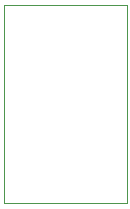
<source format=gbr>
G04 #@! TF.FileFunction,Profile,NP*
%FSLAX46Y46*%
G04 Gerber Fmt 4.6, Leading zero omitted, Abs format (unit mm)*
G04 Created by KiCad (PCBNEW 0.201505300414+5690~23~ubuntu14.04.1-product) date Sat 27 Jun 2015 10:59:28 PM PDT*
%MOMM*%
G01*
G04 APERTURE LIST*
%ADD10C,0.100000*%
G04 APERTURE END LIST*
D10*
X136525000Y-117602000D02*
X136525000Y-100838000D01*
X146939000Y-117602000D02*
X136525000Y-117602000D01*
X146939000Y-100838000D02*
X146939000Y-117602000D01*
X136525000Y-100838000D02*
X146939000Y-100838000D01*
M02*

</source>
